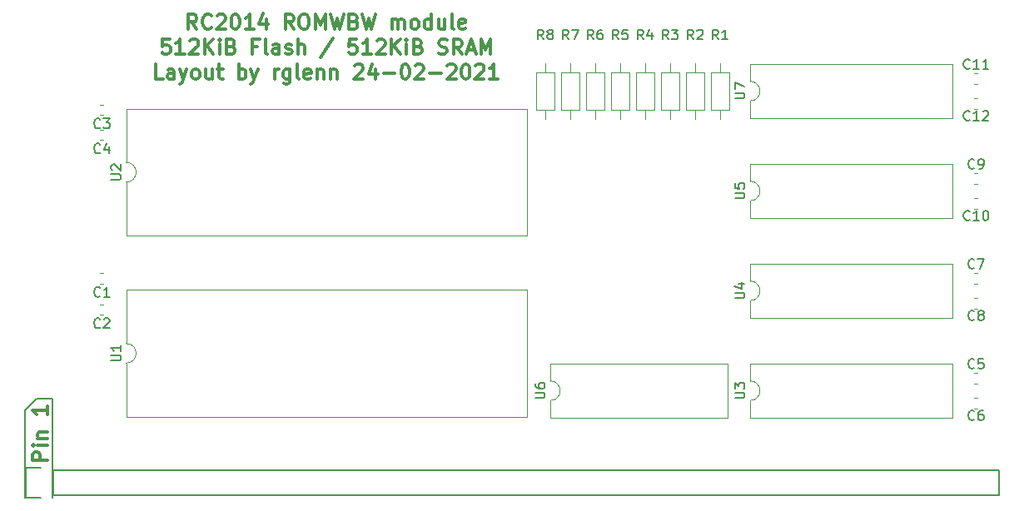
<source format=gto>
G04 #@! TF.GenerationSoftware,KiCad,Pcbnew,(5.1.6)-1*
G04 #@! TF.CreationDate,2021-02-24T01:51:28-05:00*
G04 #@! TF.ProjectId,512x512,35313278-3531-4322-9e6b-696361645f70,rev?*
G04 #@! TF.SameCoordinates,Original*
G04 #@! TF.FileFunction,Legend,Top*
G04 #@! TF.FilePolarity,Positive*
%FSLAX46Y46*%
G04 Gerber Fmt 4.6, Leading zero omitted, Abs format (unit mm)*
G04 Created by KiCad (PCBNEW (5.1.6)-1) date 2021-02-24 01:51:28*
%MOMM*%
%LPD*%
G01*
G04 APERTURE LIST*
%ADD10C,0.300000*%
%ADD11C,0.200000*%
%ADD12C,0.120000*%
%ADD13C,0.150000*%
G04 APERTURE END LIST*
D10*
X171570714Y-105443571D02*
X171070714Y-104729285D01*
X170713571Y-105443571D02*
X170713571Y-103943571D01*
X171285000Y-103943571D01*
X171427857Y-104015000D01*
X171499285Y-104086428D01*
X171570714Y-104229285D01*
X171570714Y-104443571D01*
X171499285Y-104586428D01*
X171427857Y-104657857D01*
X171285000Y-104729285D01*
X170713571Y-104729285D01*
X173070714Y-105300714D02*
X172999285Y-105372142D01*
X172785000Y-105443571D01*
X172642142Y-105443571D01*
X172427857Y-105372142D01*
X172285000Y-105229285D01*
X172213571Y-105086428D01*
X172142142Y-104800714D01*
X172142142Y-104586428D01*
X172213571Y-104300714D01*
X172285000Y-104157857D01*
X172427857Y-104015000D01*
X172642142Y-103943571D01*
X172785000Y-103943571D01*
X172999285Y-104015000D01*
X173070714Y-104086428D01*
X173642142Y-104086428D02*
X173713571Y-104015000D01*
X173856428Y-103943571D01*
X174213571Y-103943571D01*
X174356428Y-104015000D01*
X174427857Y-104086428D01*
X174499285Y-104229285D01*
X174499285Y-104372142D01*
X174427857Y-104586428D01*
X173570714Y-105443571D01*
X174499285Y-105443571D01*
X175427857Y-103943571D02*
X175570714Y-103943571D01*
X175713571Y-104015000D01*
X175785000Y-104086428D01*
X175856428Y-104229285D01*
X175927857Y-104515000D01*
X175927857Y-104872142D01*
X175856428Y-105157857D01*
X175785000Y-105300714D01*
X175713571Y-105372142D01*
X175570714Y-105443571D01*
X175427857Y-105443571D01*
X175285000Y-105372142D01*
X175213571Y-105300714D01*
X175142142Y-105157857D01*
X175070714Y-104872142D01*
X175070714Y-104515000D01*
X175142142Y-104229285D01*
X175213571Y-104086428D01*
X175285000Y-104015000D01*
X175427857Y-103943571D01*
X177356428Y-105443571D02*
X176499285Y-105443571D01*
X176927857Y-105443571D02*
X176927857Y-103943571D01*
X176785000Y-104157857D01*
X176642142Y-104300714D01*
X176499285Y-104372142D01*
X178642142Y-104443571D02*
X178642142Y-105443571D01*
X178285000Y-103872142D02*
X177927857Y-104943571D01*
X178856428Y-104943571D01*
X181427857Y-105443571D02*
X180927857Y-104729285D01*
X180570714Y-105443571D02*
X180570714Y-103943571D01*
X181142142Y-103943571D01*
X181285000Y-104015000D01*
X181356428Y-104086428D01*
X181427857Y-104229285D01*
X181427857Y-104443571D01*
X181356428Y-104586428D01*
X181285000Y-104657857D01*
X181142142Y-104729285D01*
X180570714Y-104729285D01*
X182356428Y-103943571D02*
X182642142Y-103943571D01*
X182785000Y-104015000D01*
X182927857Y-104157857D01*
X182999285Y-104443571D01*
X182999285Y-104943571D01*
X182927857Y-105229285D01*
X182785000Y-105372142D01*
X182642142Y-105443571D01*
X182356428Y-105443571D01*
X182213571Y-105372142D01*
X182070714Y-105229285D01*
X181999285Y-104943571D01*
X181999285Y-104443571D01*
X182070714Y-104157857D01*
X182213571Y-104015000D01*
X182356428Y-103943571D01*
X183642142Y-105443571D02*
X183642142Y-103943571D01*
X184142142Y-105015000D01*
X184642142Y-103943571D01*
X184642142Y-105443571D01*
X185213571Y-103943571D02*
X185570714Y-105443571D01*
X185856428Y-104372142D01*
X186142142Y-105443571D01*
X186499285Y-103943571D01*
X187570714Y-104657857D02*
X187785000Y-104729285D01*
X187856428Y-104800714D01*
X187927857Y-104943571D01*
X187927857Y-105157857D01*
X187856428Y-105300714D01*
X187785000Y-105372142D01*
X187642142Y-105443571D01*
X187070714Y-105443571D01*
X187070714Y-103943571D01*
X187570714Y-103943571D01*
X187713571Y-104015000D01*
X187785000Y-104086428D01*
X187856428Y-104229285D01*
X187856428Y-104372142D01*
X187785000Y-104515000D01*
X187713571Y-104586428D01*
X187570714Y-104657857D01*
X187070714Y-104657857D01*
X188427857Y-103943571D02*
X188785000Y-105443571D01*
X189070714Y-104372142D01*
X189356428Y-105443571D01*
X189713571Y-103943571D01*
X191427857Y-105443571D02*
X191427857Y-104443571D01*
X191427857Y-104586428D02*
X191499285Y-104515000D01*
X191642142Y-104443571D01*
X191856428Y-104443571D01*
X191999285Y-104515000D01*
X192070714Y-104657857D01*
X192070714Y-105443571D01*
X192070714Y-104657857D02*
X192142142Y-104515000D01*
X192285000Y-104443571D01*
X192499285Y-104443571D01*
X192642142Y-104515000D01*
X192713571Y-104657857D01*
X192713571Y-105443571D01*
X193642142Y-105443571D02*
X193499285Y-105372142D01*
X193427857Y-105300714D01*
X193356428Y-105157857D01*
X193356428Y-104729285D01*
X193427857Y-104586428D01*
X193499285Y-104515000D01*
X193642142Y-104443571D01*
X193856428Y-104443571D01*
X193999285Y-104515000D01*
X194070714Y-104586428D01*
X194142142Y-104729285D01*
X194142142Y-105157857D01*
X194070714Y-105300714D01*
X193999285Y-105372142D01*
X193856428Y-105443571D01*
X193642142Y-105443571D01*
X195427857Y-105443571D02*
X195427857Y-103943571D01*
X195427857Y-105372142D02*
X195285000Y-105443571D01*
X194999285Y-105443571D01*
X194856428Y-105372142D01*
X194785000Y-105300714D01*
X194713571Y-105157857D01*
X194713571Y-104729285D01*
X194785000Y-104586428D01*
X194856428Y-104515000D01*
X194999285Y-104443571D01*
X195285000Y-104443571D01*
X195427857Y-104515000D01*
X196785000Y-104443571D02*
X196785000Y-105443571D01*
X196142142Y-104443571D02*
X196142142Y-105229285D01*
X196213571Y-105372142D01*
X196356428Y-105443571D01*
X196570714Y-105443571D01*
X196713571Y-105372142D01*
X196785000Y-105300714D01*
X197713571Y-105443571D02*
X197570714Y-105372142D01*
X197499285Y-105229285D01*
X197499285Y-103943571D01*
X198856428Y-105372142D02*
X198713571Y-105443571D01*
X198427857Y-105443571D01*
X198285000Y-105372142D01*
X198213571Y-105229285D01*
X198213571Y-104657857D01*
X198285000Y-104515000D01*
X198427857Y-104443571D01*
X198713571Y-104443571D01*
X198856428Y-104515000D01*
X198927857Y-104657857D01*
X198927857Y-104800714D01*
X198213571Y-104943571D01*
X168820714Y-106493571D02*
X168106428Y-106493571D01*
X168035000Y-107207857D01*
X168106428Y-107136428D01*
X168249285Y-107065000D01*
X168606428Y-107065000D01*
X168749285Y-107136428D01*
X168820714Y-107207857D01*
X168892142Y-107350714D01*
X168892142Y-107707857D01*
X168820714Y-107850714D01*
X168749285Y-107922142D01*
X168606428Y-107993571D01*
X168249285Y-107993571D01*
X168106428Y-107922142D01*
X168035000Y-107850714D01*
X170320714Y-107993571D02*
X169463571Y-107993571D01*
X169892142Y-107993571D02*
X169892142Y-106493571D01*
X169749285Y-106707857D01*
X169606428Y-106850714D01*
X169463571Y-106922142D01*
X170892142Y-106636428D02*
X170963571Y-106565000D01*
X171106428Y-106493571D01*
X171463571Y-106493571D01*
X171606428Y-106565000D01*
X171677857Y-106636428D01*
X171749285Y-106779285D01*
X171749285Y-106922142D01*
X171677857Y-107136428D01*
X170820714Y-107993571D01*
X171749285Y-107993571D01*
X172392142Y-107993571D02*
X172392142Y-106493571D01*
X173249285Y-107993571D02*
X172606428Y-107136428D01*
X173249285Y-106493571D02*
X172392142Y-107350714D01*
X173892142Y-107993571D02*
X173892142Y-106993571D01*
X173892142Y-106493571D02*
X173820714Y-106565000D01*
X173892142Y-106636428D01*
X173963571Y-106565000D01*
X173892142Y-106493571D01*
X173892142Y-106636428D01*
X175106428Y-107207857D02*
X175320714Y-107279285D01*
X175392142Y-107350714D01*
X175463571Y-107493571D01*
X175463571Y-107707857D01*
X175392142Y-107850714D01*
X175320714Y-107922142D01*
X175177857Y-107993571D01*
X174606428Y-107993571D01*
X174606428Y-106493571D01*
X175106428Y-106493571D01*
X175249285Y-106565000D01*
X175320714Y-106636428D01*
X175392142Y-106779285D01*
X175392142Y-106922142D01*
X175320714Y-107065000D01*
X175249285Y-107136428D01*
X175106428Y-107207857D01*
X174606428Y-107207857D01*
X177749285Y-107207857D02*
X177249285Y-107207857D01*
X177249285Y-107993571D02*
X177249285Y-106493571D01*
X177963571Y-106493571D01*
X178749285Y-107993571D02*
X178606428Y-107922142D01*
X178535000Y-107779285D01*
X178535000Y-106493571D01*
X179963571Y-107993571D02*
X179963571Y-107207857D01*
X179892142Y-107065000D01*
X179749285Y-106993571D01*
X179463571Y-106993571D01*
X179320714Y-107065000D01*
X179963571Y-107922142D02*
X179820714Y-107993571D01*
X179463571Y-107993571D01*
X179320714Y-107922142D01*
X179249285Y-107779285D01*
X179249285Y-107636428D01*
X179320714Y-107493571D01*
X179463571Y-107422142D01*
X179820714Y-107422142D01*
X179963571Y-107350714D01*
X180606428Y-107922142D02*
X180749285Y-107993571D01*
X181035000Y-107993571D01*
X181177857Y-107922142D01*
X181249285Y-107779285D01*
X181249285Y-107707857D01*
X181177857Y-107565000D01*
X181035000Y-107493571D01*
X180820714Y-107493571D01*
X180677857Y-107422142D01*
X180606428Y-107279285D01*
X180606428Y-107207857D01*
X180677857Y-107065000D01*
X180820714Y-106993571D01*
X181035000Y-106993571D01*
X181177857Y-107065000D01*
X181892142Y-107993571D02*
X181892142Y-106493571D01*
X182535000Y-107993571D02*
X182535000Y-107207857D01*
X182463571Y-107065000D01*
X182320714Y-106993571D01*
X182106428Y-106993571D01*
X181963571Y-107065000D01*
X181892142Y-107136428D01*
X185463571Y-106422142D02*
X184177857Y-108350714D01*
X187820714Y-106493571D02*
X187106428Y-106493571D01*
X187035000Y-107207857D01*
X187106428Y-107136428D01*
X187249285Y-107065000D01*
X187606428Y-107065000D01*
X187749285Y-107136428D01*
X187820714Y-107207857D01*
X187892142Y-107350714D01*
X187892142Y-107707857D01*
X187820714Y-107850714D01*
X187749285Y-107922142D01*
X187606428Y-107993571D01*
X187249285Y-107993571D01*
X187106428Y-107922142D01*
X187035000Y-107850714D01*
X189320714Y-107993571D02*
X188463571Y-107993571D01*
X188892142Y-107993571D02*
X188892142Y-106493571D01*
X188749285Y-106707857D01*
X188606428Y-106850714D01*
X188463571Y-106922142D01*
X189892142Y-106636428D02*
X189963571Y-106565000D01*
X190106428Y-106493571D01*
X190463571Y-106493571D01*
X190606428Y-106565000D01*
X190677857Y-106636428D01*
X190749285Y-106779285D01*
X190749285Y-106922142D01*
X190677857Y-107136428D01*
X189820714Y-107993571D01*
X190749285Y-107993571D01*
X191392142Y-107993571D02*
X191392142Y-106493571D01*
X192249285Y-107993571D02*
X191606428Y-107136428D01*
X192249285Y-106493571D02*
X191392142Y-107350714D01*
X192892142Y-107993571D02*
X192892142Y-106993571D01*
X192892142Y-106493571D02*
X192820714Y-106565000D01*
X192892142Y-106636428D01*
X192963571Y-106565000D01*
X192892142Y-106493571D01*
X192892142Y-106636428D01*
X194106428Y-107207857D02*
X194320714Y-107279285D01*
X194392142Y-107350714D01*
X194463571Y-107493571D01*
X194463571Y-107707857D01*
X194392142Y-107850714D01*
X194320714Y-107922142D01*
X194177857Y-107993571D01*
X193606428Y-107993571D01*
X193606428Y-106493571D01*
X194106428Y-106493571D01*
X194249285Y-106565000D01*
X194320714Y-106636428D01*
X194392142Y-106779285D01*
X194392142Y-106922142D01*
X194320714Y-107065000D01*
X194249285Y-107136428D01*
X194106428Y-107207857D01*
X193606428Y-107207857D01*
X196177857Y-107922142D02*
X196392142Y-107993571D01*
X196749285Y-107993571D01*
X196892142Y-107922142D01*
X196963571Y-107850714D01*
X197034999Y-107707857D01*
X197034999Y-107565000D01*
X196963571Y-107422142D01*
X196892142Y-107350714D01*
X196749285Y-107279285D01*
X196463571Y-107207857D01*
X196320714Y-107136428D01*
X196249285Y-107065000D01*
X196177857Y-106922142D01*
X196177857Y-106779285D01*
X196249285Y-106636428D01*
X196320714Y-106565000D01*
X196463571Y-106493571D01*
X196820714Y-106493571D01*
X197034999Y-106565000D01*
X198534999Y-107993571D02*
X198034999Y-107279285D01*
X197677857Y-107993571D02*
X197677857Y-106493571D01*
X198249285Y-106493571D01*
X198392142Y-106565000D01*
X198463571Y-106636428D01*
X198534999Y-106779285D01*
X198534999Y-106993571D01*
X198463571Y-107136428D01*
X198392142Y-107207857D01*
X198249285Y-107279285D01*
X197677857Y-107279285D01*
X199106428Y-107565000D02*
X199820714Y-107565000D01*
X198963571Y-107993571D02*
X199463571Y-106493571D01*
X199963571Y-107993571D01*
X200463571Y-107993571D02*
X200463571Y-106493571D01*
X200963571Y-107565000D01*
X201463571Y-106493571D01*
X201463571Y-107993571D01*
X168142142Y-110543571D02*
X167427857Y-110543571D01*
X167427857Y-109043571D01*
X169284999Y-110543571D02*
X169284999Y-109757857D01*
X169213571Y-109615000D01*
X169070714Y-109543571D01*
X168784999Y-109543571D01*
X168642142Y-109615000D01*
X169284999Y-110472142D02*
X169142142Y-110543571D01*
X168784999Y-110543571D01*
X168642142Y-110472142D01*
X168570714Y-110329285D01*
X168570714Y-110186428D01*
X168642142Y-110043571D01*
X168784999Y-109972142D01*
X169142142Y-109972142D01*
X169284999Y-109900714D01*
X169856428Y-109543571D02*
X170213571Y-110543571D01*
X170570714Y-109543571D02*
X170213571Y-110543571D01*
X170070714Y-110900714D01*
X169999285Y-110972142D01*
X169856428Y-111043571D01*
X171356428Y-110543571D02*
X171213571Y-110472142D01*
X171142142Y-110400714D01*
X171070714Y-110257857D01*
X171070714Y-109829285D01*
X171142142Y-109686428D01*
X171213571Y-109615000D01*
X171356428Y-109543571D01*
X171570714Y-109543571D01*
X171713571Y-109615000D01*
X171784999Y-109686428D01*
X171856428Y-109829285D01*
X171856428Y-110257857D01*
X171784999Y-110400714D01*
X171713571Y-110472142D01*
X171570714Y-110543571D01*
X171356428Y-110543571D01*
X173142142Y-109543571D02*
X173142142Y-110543571D01*
X172499285Y-109543571D02*
X172499285Y-110329285D01*
X172570714Y-110472142D01*
X172713571Y-110543571D01*
X172927857Y-110543571D01*
X173070714Y-110472142D01*
X173142142Y-110400714D01*
X173642142Y-109543571D02*
X174213571Y-109543571D01*
X173856428Y-109043571D02*
X173856428Y-110329285D01*
X173927857Y-110472142D01*
X174070714Y-110543571D01*
X174213571Y-110543571D01*
X175856428Y-110543571D02*
X175856428Y-109043571D01*
X175856428Y-109615000D02*
X175999285Y-109543571D01*
X176284999Y-109543571D01*
X176427857Y-109615000D01*
X176499285Y-109686428D01*
X176570714Y-109829285D01*
X176570714Y-110257857D01*
X176499285Y-110400714D01*
X176427857Y-110472142D01*
X176284999Y-110543571D01*
X175999285Y-110543571D01*
X175856428Y-110472142D01*
X177070714Y-109543571D02*
X177427857Y-110543571D01*
X177784999Y-109543571D02*
X177427857Y-110543571D01*
X177284999Y-110900714D01*
X177213571Y-110972142D01*
X177070714Y-111043571D01*
X179499285Y-110543571D02*
X179499285Y-109543571D01*
X179499285Y-109829285D02*
X179570714Y-109686428D01*
X179642142Y-109615000D01*
X179784999Y-109543571D01*
X179927857Y-109543571D01*
X181070714Y-109543571D02*
X181070714Y-110757857D01*
X180999285Y-110900714D01*
X180927857Y-110972142D01*
X180784999Y-111043571D01*
X180570714Y-111043571D01*
X180427857Y-110972142D01*
X181070714Y-110472142D02*
X180927857Y-110543571D01*
X180642142Y-110543571D01*
X180499285Y-110472142D01*
X180427857Y-110400714D01*
X180356428Y-110257857D01*
X180356428Y-109829285D01*
X180427857Y-109686428D01*
X180499285Y-109615000D01*
X180642142Y-109543571D01*
X180927857Y-109543571D01*
X181070714Y-109615000D01*
X181999285Y-110543571D02*
X181856428Y-110472142D01*
X181784999Y-110329285D01*
X181784999Y-109043571D01*
X183142142Y-110472142D02*
X182999285Y-110543571D01*
X182713571Y-110543571D01*
X182570714Y-110472142D01*
X182499285Y-110329285D01*
X182499285Y-109757857D01*
X182570714Y-109615000D01*
X182713571Y-109543571D01*
X182999285Y-109543571D01*
X183142142Y-109615000D01*
X183213571Y-109757857D01*
X183213571Y-109900714D01*
X182499285Y-110043571D01*
X183856428Y-109543571D02*
X183856428Y-110543571D01*
X183856428Y-109686428D02*
X183927857Y-109615000D01*
X184070714Y-109543571D01*
X184284999Y-109543571D01*
X184427857Y-109615000D01*
X184499285Y-109757857D01*
X184499285Y-110543571D01*
X185213571Y-109543571D02*
X185213571Y-110543571D01*
X185213571Y-109686428D02*
X185284999Y-109615000D01*
X185427857Y-109543571D01*
X185642142Y-109543571D01*
X185784999Y-109615000D01*
X185856428Y-109757857D01*
X185856428Y-110543571D01*
X187642142Y-109186428D02*
X187713571Y-109115000D01*
X187856428Y-109043571D01*
X188213571Y-109043571D01*
X188356428Y-109115000D01*
X188427857Y-109186428D01*
X188499285Y-109329285D01*
X188499285Y-109472142D01*
X188427857Y-109686428D01*
X187570714Y-110543571D01*
X188499285Y-110543571D01*
X189784999Y-109543571D02*
X189784999Y-110543571D01*
X189427857Y-108972142D02*
X189070714Y-110043571D01*
X189999285Y-110043571D01*
X190570714Y-109972142D02*
X191713571Y-109972142D01*
X192713571Y-109043571D02*
X192856428Y-109043571D01*
X192999285Y-109115000D01*
X193070714Y-109186428D01*
X193142142Y-109329285D01*
X193213571Y-109615000D01*
X193213571Y-109972142D01*
X193142142Y-110257857D01*
X193070714Y-110400714D01*
X192999285Y-110472142D01*
X192856428Y-110543571D01*
X192713571Y-110543571D01*
X192570714Y-110472142D01*
X192499285Y-110400714D01*
X192427857Y-110257857D01*
X192356428Y-109972142D01*
X192356428Y-109615000D01*
X192427857Y-109329285D01*
X192499285Y-109186428D01*
X192570714Y-109115000D01*
X192713571Y-109043571D01*
X193785000Y-109186428D02*
X193856428Y-109115000D01*
X193999285Y-109043571D01*
X194356428Y-109043571D01*
X194499285Y-109115000D01*
X194570714Y-109186428D01*
X194642142Y-109329285D01*
X194642142Y-109472142D01*
X194570714Y-109686428D01*
X193713571Y-110543571D01*
X194642142Y-110543571D01*
X195285000Y-109972142D02*
X196427857Y-109972142D01*
X197070714Y-109186428D02*
X197142142Y-109115000D01*
X197285000Y-109043571D01*
X197642142Y-109043571D01*
X197785000Y-109115000D01*
X197856428Y-109186428D01*
X197927857Y-109329285D01*
X197927857Y-109472142D01*
X197856428Y-109686428D01*
X196999285Y-110543571D01*
X197927857Y-110543571D01*
X198856428Y-109043571D02*
X198999285Y-109043571D01*
X199142142Y-109115000D01*
X199213571Y-109186428D01*
X199285000Y-109329285D01*
X199356428Y-109615000D01*
X199356428Y-109972142D01*
X199285000Y-110257857D01*
X199213571Y-110400714D01*
X199142142Y-110472142D01*
X198999285Y-110543571D01*
X198856428Y-110543571D01*
X198713571Y-110472142D01*
X198642142Y-110400714D01*
X198570714Y-110257857D01*
X198499285Y-109972142D01*
X198499285Y-109615000D01*
X198570714Y-109329285D01*
X198642142Y-109186428D01*
X198713571Y-109115000D01*
X198856428Y-109043571D01*
X199927857Y-109186428D02*
X199999285Y-109115000D01*
X200142142Y-109043571D01*
X200499285Y-109043571D01*
X200642142Y-109115000D01*
X200713571Y-109186428D01*
X200785000Y-109329285D01*
X200785000Y-109472142D01*
X200713571Y-109686428D01*
X199856428Y-110543571D01*
X200785000Y-110543571D01*
X202213571Y-110543571D02*
X201356428Y-110543571D01*
X201785000Y-110543571D02*
X201785000Y-109043571D01*
X201642142Y-109257857D01*
X201499285Y-109400714D01*
X201356428Y-109472142D01*
D11*
X156895800Y-153131520D02*
X156931360Y-153131520D01*
X156895800Y-143019780D02*
X156895800Y-153131520D01*
X155326080Y-143019780D02*
X156895800Y-143019780D01*
X154144980Y-144200880D02*
X155326080Y-143019780D01*
X154144980Y-153131520D02*
X154144980Y-144200880D01*
D10*
X156360251Y-149315465D02*
X154860251Y-149315465D01*
X154860251Y-148744037D01*
X154931680Y-148601180D01*
X155003108Y-148529751D01*
X155145965Y-148458322D01*
X155360251Y-148458322D01*
X155503108Y-148529751D01*
X155574537Y-148601180D01*
X155645965Y-148744037D01*
X155645965Y-149315465D01*
X156360251Y-147815465D02*
X155360251Y-147815465D01*
X154860251Y-147815465D02*
X154931680Y-147886894D01*
X155003108Y-147815465D01*
X154931680Y-147744037D01*
X154860251Y-147815465D01*
X155003108Y-147815465D01*
X155360251Y-147101180D02*
X156360251Y-147101180D01*
X155503108Y-147101180D02*
X155431680Y-147029751D01*
X155360251Y-146886894D01*
X155360251Y-146672608D01*
X155431680Y-146529751D01*
X155574537Y-146458322D01*
X156360251Y-146458322D01*
X156360251Y-143815465D02*
X156360251Y-144672608D01*
X156360251Y-144244037D02*
X154860251Y-144244037D01*
X155074537Y-144386894D01*
X155217394Y-144529751D01*
X155288822Y-144672608D01*
D12*
X227845000Y-112760000D02*
X227845000Y-114530000D01*
X227845000Y-114530000D02*
X248405000Y-114530000D01*
X248405000Y-114530000D02*
X248405000Y-108990000D01*
X248405000Y-108990000D02*
X227845000Y-108990000D01*
X227845000Y-108990000D02*
X227845000Y-110760000D01*
X227845000Y-110760000D02*
G75*
G02*
X227845000Y-112760000I0J-1000000D01*
G01*
X227845000Y-119150000D02*
X227845000Y-120920000D01*
X248405000Y-119150000D02*
X227845000Y-119150000D01*
X248405000Y-124690000D02*
X248405000Y-119150000D01*
X227845000Y-124690000D02*
X248405000Y-124690000D01*
X227845000Y-122920000D02*
X227845000Y-124690000D01*
X227845000Y-120920000D02*
G75*
G02*
X227845000Y-122920000I0J-1000000D01*
G01*
X227845000Y-129310000D02*
X227845000Y-131080000D01*
X248405000Y-129310000D02*
X227845000Y-129310000D01*
X248405000Y-134850000D02*
X248405000Y-129310000D01*
X227845000Y-134850000D02*
X248405000Y-134850000D01*
X227845000Y-133080000D02*
X227845000Y-134850000D01*
X227845000Y-131080000D02*
G75*
G02*
X227845000Y-133080000I0J-1000000D01*
G01*
D13*
X154152000Y-153162600D02*
X154152000Y-150062600D01*
X155702000Y-153162600D02*
X154152000Y-153162600D01*
X156972000Y-150342600D02*
X156972000Y-152882600D01*
X154152000Y-150062600D02*
X155702000Y-150062600D01*
X253161800Y-150342600D02*
X156972000Y-150342600D01*
X253161800Y-152882600D02*
X253161800Y-150342600D01*
X156972000Y-152882600D02*
X253161800Y-152882600D01*
D12*
X225710000Y-109840000D02*
X223870000Y-109840000D01*
X223870000Y-109840000D02*
X223870000Y-113680000D01*
X223870000Y-113680000D02*
X225710000Y-113680000D01*
X225710000Y-113680000D02*
X225710000Y-109840000D01*
X224790000Y-108890000D02*
X224790000Y-109840000D01*
X224790000Y-114630000D02*
X224790000Y-113680000D01*
X222250000Y-114630000D02*
X222250000Y-113680000D01*
X222250000Y-108890000D02*
X222250000Y-109840000D01*
X223170000Y-113680000D02*
X223170000Y-109840000D01*
X221330000Y-113680000D02*
X223170000Y-113680000D01*
X221330000Y-109840000D02*
X221330000Y-113680000D01*
X223170000Y-109840000D02*
X221330000Y-109840000D01*
X220630000Y-109840000D02*
X218790000Y-109840000D01*
X218790000Y-109840000D02*
X218790000Y-113680000D01*
X218790000Y-113680000D02*
X220630000Y-113680000D01*
X220630000Y-113680000D02*
X220630000Y-109840000D01*
X219710000Y-108890000D02*
X219710000Y-109840000D01*
X219710000Y-114630000D02*
X219710000Y-113680000D01*
X217170000Y-114630000D02*
X217170000Y-113680000D01*
X217170000Y-108890000D02*
X217170000Y-109840000D01*
X218090000Y-113680000D02*
X218090000Y-109840000D01*
X216250000Y-113680000D02*
X218090000Y-113680000D01*
X216250000Y-109840000D02*
X216250000Y-113680000D01*
X218090000Y-109840000D02*
X216250000Y-109840000D01*
X215550000Y-109840000D02*
X213710000Y-109840000D01*
X213710000Y-109840000D02*
X213710000Y-113680000D01*
X213710000Y-113680000D02*
X215550000Y-113680000D01*
X215550000Y-113680000D02*
X215550000Y-109840000D01*
X214630000Y-108890000D02*
X214630000Y-109840000D01*
X214630000Y-114630000D02*
X214630000Y-113680000D01*
X212090000Y-114630000D02*
X212090000Y-113680000D01*
X212090000Y-108890000D02*
X212090000Y-109840000D01*
X213010000Y-113680000D02*
X213010000Y-109840000D01*
X211170000Y-113680000D02*
X213010000Y-113680000D01*
X211170000Y-109840000D02*
X211170000Y-113680000D01*
X213010000Y-109840000D02*
X211170000Y-109840000D01*
X210470000Y-109840000D02*
X208630000Y-109840000D01*
X208630000Y-109840000D02*
X208630000Y-113680000D01*
X208630000Y-113680000D02*
X210470000Y-113680000D01*
X210470000Y-113680000D02*
X210470000Y-109840000D01*
X209550000Y-108890000D02*
X209550000Y-109840000D01*
X209550000Y-114630000D02*
X209550000Y-113680000D01*
X207010000Y-114630000D02*
X207010000Y-113680000D01*
X207010000Y-108890000D02*
X207010000Y-109840000D01*
X207930000Y-113680000D02*
X207930000Y-109840000D01*
X206090000Y-113680000D02*
X207930000Y-113680000D01*
X206090000Y-109840000D02*
X206090000Y-113680000D01*
X207930000Y-109840000D02*
X206090000Y-109840000D01*
X164405000Y-131970000D02*
X164405000Y-137430000D01*
X205165000Y-131970000D02*
X164405000Y-131970000D01*
X205165000Y-144890000D02*
X205165000Y-131970000D01*
X164405000Y-144890000D02*
X205165000Y-144890000D01*
X164405000Y-139430000D02*
X164405000Y-144890000D01*
X164405000Y-137430000D02*
G75*
G02*
X164405000Y-139430000I0J-1000000D01*
G01*
X164405000Y-121015000D02*
X164405000Y-126475000D01*
X164405000Y-126475000D02*
X205165000Y-126475000D01*
X205165000Y-126475000D02*
X205165000Y-113555000D01*
X205165000Y-113555000D02*
X164405000Y-113555000D01*
X164405000Y-113555000D02*
X164405000Y-119015000D01*
X164405000Y-119015000D02*
G75*
G02*
X164405000Y-121015000I0J-1000000D01*
G01*
X227845000Y-143240000D02*
X227845000Y-145010000D01*
X227845000Y-145010000D02*
X248405000Y-145010000D01*
X248405000Y-145010000D02*
X248405000Y-139470000D01*
X248405000Y-139470000D02*
X227845000Y-139470000D01*
X227845000Y-139470000D02*
X227845000Y-141240000D01*
X227845000Y-141240000D02*
G75*
G02*
X227845000Y-143240000I0J-1000000D01*
G01*
X207525000Y-139470000D02*
X207525000Y-141240000D01*
X225545000Y-139470000D02*
X207525000Y-139470000D01*
X225545000Y-145010000D02*
X225545000Y-139470000D01*
X207525000Y-145010000D02*
X225545000Y-145010000D01*
X207525000Y-143240000D02*
X207525000Y-145010000D01*
X207525000Y-141240000D02*
G75*
G02*
X207525000Y-143240000I0J-1000000D01*
G01*
X162087779Y-131320000D02*
X161762221Y-131320000D01*
X162087779Y-130300000D02*
X161762221Y-130300000D01*
X162087779Y-133475000D02*
X161762221Y-133475000D01*
X162087779Y-134495000D02*
X161762221Y-134495000D01*
X162087779Y-114175000D02*
X161762221Y-114175000D01*
X162087779Y-113155000D02*
X161762221Y-113155000D01*
X162087779Y-115695000D02*
X161762221Y-115695000D01*
X162087779Y-116715000D02*
X161762221Y-116715000D01*
X250662221Y-140460000D02*
X250987779Y-140460000D01*
X250662221Y-141480000D02*
X250987779Y-141480000D01*
X250662221Y-144020000D02*
X250987779Y-144020000D01*
X250662221Y-143000000D02*
X250987779Y-143000000D01*
X250662221Y-130300000D02*
X250987779Y-130300000D01*
X250662221Y-131320000D02*
X250987779Y-131320000D01*
X250662221Y-133860000D02*
X250987779Y-133860000D01*
X250662221Y-132840000D02*
X250987779Y-132840000D01*
X250662221Y-120140000D02*
X250987779Y-120140000D01*
X250662221Y-121160000D02*
X250987779Y-121160000D01*
X250662221Y-123700000D02*
X250987779Y-123700000D01*
X250662221Y-122680000D02*
X250987779Y-122680000D01*
X250662221Y-109980000D02*
X250987779Y-109980000D01*
X250662221Y-111000000D02*
X250987779Y-111000000D01*
X250662221Y-113540000D02*
X250987779Y-113540000D01*
X250662221Y-112520000D02*
X250987779Y-112520000D01*
D13*
X226297380Y-112521904D02*
X227106904Y-112521904D01*
X227202142Y-112474285D01*
X227249761Y-112426666D01*
X227297380Y-112331428D01*
X227297380Y-112140952D01*
X227249761Y-112045714D01*
X227202142Y-111998095D01*
X227106904Y-111950476D01*
X226297380Y-111950476D01*
X226297380Y-111569523D02*
X226297380Y-110902857D01*
X227297380Y-111331428D01*
X226297380Y-122681904D02*
X227106904Y-122681904D01*
X227202142Y-122634285D01*
X227249761Y-122586666D01*
X227297380Y-122491428D01*
X227297380Y-122300952D01*
X227249761Y-122205714D01*
X227202142Y-122158095D01*
X227106904Y-122110476D01*
X226297380Y-122110476D01*
X226297380Y-121158095D02*
X226297380Y-121634285D01*
X226773571Y-121681904D01*
X226725952Y-121634285D01*
X226678333Y-121539047D01*
X226678333Y-121300952D01*
X226725952Y-121205714D01*
X226773571Y-121158095D01*
X226868809Y-121110476D01*
X227106904Y-121110476D01*
X227202142Y-121158095D01*
X227249761Y-121205714D01*
X227297380Y-121300952D01*
X227297380Y-121539047D01*
X227249761Y-121634285D01*
X227202142Y-121681904D01*
X226297380Y-132841904D02*
X227106904Y-132841904D01*
X227202142Y-132794285D01*
X227249761Y-132746666D01*
X227297380Y-132651428D01*
X227297380Y-132460952D01*
X227249761Y-132365714D01*
X227202142Y-132318095D01*
X227106904Y-132270476D01*
X226297380Y-132270476D01*
X226630714Y-131365714D02*
X227297380Y-131365714D01*
X226249761Y-131603809D02*
X226964047Y-131841904D01*
X226964047Y-131222857D01*
X224623333Y-106497380D02*
X224290000Y-106021190D01*
X224051904Y-106497380D02*
X224051904Y-105497380D01*
X224432857Y-105497380D01*
X224528095Y-105545000D01*
X224575714Y-105592619D01*
X224623333Y-105687857D01*
X224623333Y-105830714D01*
X224575714Y-105925952D01*
X224528095Y-105973571D01*
X224432857Y-106021190D01*
X224051904Y-106021190D01*
X225575714Y-106497380D02*
X225004285Y-106497380D01*
X225290000Y-106497380D02*
X225290000Y-105497380D01*
X225194761Y-105640238D01*
X225099523Y-105735476D01*
X225004285Y-105783095D01*
X222083333Y-106497380D02*
X221750000Y-106021190D01*
X221511904Y-106497380D02*
X221511904Y-105497380D01*
X221892857Y-105497380D01*
X221988095Y-105545000D01*
X222035714Y-105592619D01*
X222083333Y-105687857D01*
X222083333Y-105830714D01*
X222035714Y-105925952D01*
X221988095Y-105973571D01*
X221892857Y-106021190D01*
X221511904Y-106021190D01*
X222464285Y-105592619D02*
X222511904Y-105545000D01*
X222607142Y-105497380D01*
X222845238Y-105497380D01*
X222940476Y-105545000D01*
X222988095Y-105592619D01*
X223035714Y-105687857D01*
X223035714Y-105783095D01*
X222988095Y-105925952D01*
X222416666Y-106497380D01*
X223035714Y-106497380D01*
X219543333Y-106497380D02*
X219210000Y-106021190D01*
X218971904Y-106497380D02*
X218971904Y-105497380D01*
X219352857Y-105497380D01*
X219448095Y-105545000D01*
X219495714Y-105592619D01*
X219543333Y-105687857D01*
X219543333Y-105830714D01*
X219495714Y-105925952D01*
X219448095Y-105973571D01*
X219352857Y-106021190D01*
X218971904Y-106021190D01*
X219876666Y-105497380D02*
X220495714Y-105497380D01*
X220162380Y-105878333D01*
X220305238Y-105878333D01*
X220400476Y-105925952D01*
X220448095Y-105973571D01*
X220495714Y-106068809D01*
X220495714Y-106306904D01*
X220448095Y-106402142D01*
X220400476Y-106449761D01*
X220305238Y-106497380D01*
X220019523Y-106497380D01*
X219924285Y-106449761D01*
X219876666Y-106402142D01*
X217003333Y-106497380D02*
X216670000Y-106021190D01*
X216431904Y-106497380D02*
X216431904Y-105497380D01*
X216812857Y-105497380D01*
X216908095Y-105545000D01*
X216955714Y-105592619D01*
X217003333Y-105687857D01*
X217003333Y-105830714D01*
X216955714Y-105925952D01*
X216908095Y-105973571D01*
X216812857Y-106021190D01*
X216431904Y-106021190D01*
X217860476Y-105830714D02*
X217860476Y-106497380D01*
X217622380Y-105449761D02*
X217384285Y-106164047D01*
X218003333Y-106164047D01*
X214463333Y-106497380D02*
X214130000Y-106021190D01*
X213891904Y-106497380D02*
X213891904Y-105497380D01*
X214272857Y-105497380D01*
X214368095Y-105545000D01*
X214415714Y-105592619D01*
X214463333Y-105687857D01*
X214463333Y-105830714D01*
X214415714Y-105925952D01*
X214368095Y-105973571D01*
X214272857Y-106021190D01*
X213891904Y-106021190D01*
X215368095Y-105497380D02*
X214891904Y-105497380D01*
X214844285Y-105973571D01*
X214891904Y-105925952D01*
X214987142Y-105878333D01*
X215225238Y-105878333D01*
X215320476Y-105925952D01*
X215368095Y-105973571D01*
X215415714Y-106068809D01*
X215415714Y-106306904D01*
X215368095Y-106402142D01*
X215320476Y-106449761D01*
X215225238Y-106497380D01*
X214987142Y-106497380D01*
X214891904Y-106449761D01*
X214844285Y-106402142D01*
X211923333Y-106497380D02*
X211590000Y-106021190D01*
X211351904Y-106497380D02*
X211351904Y-105497380D01*
X211732857Y-105497380D01*
X211828095Y-105545000D01*
X211875714Y-105592619D01*
X211923333Y-105687857D01*
X211923333Y-105830714D01*
X211875714Y-105925952D01*
X211828095Y-105973571D01*
X211732857Y-106021190D01*
X211351904Y-106021190D01*
X212780476Y-105497380D02*
X212590000Y-105497380D01*
X212494761Y-105545000D01*
X212447142Y-105592619D01*
X212351904Y-105735476D01*
X212304285Y-105925952D01*
X212304285Y-106306904D01*
X212351904Y-106402142D01*
X212399523Y-106449761D01*
X212494761Y-106497380D01*
X212685238Y-106497380D01*
X212780476Y-106449761D01*
X212828095Y-106402142D01*
X212875714Y-106306904D01*
X212875714Y-106068809D01*
X212828095Y-105973571D01*
X212780476Y-105925952D01*
X212685238Y-105878333D01*
X212494761Y-105878333D01*
X212399523Y-105925952D01*
X212351904Y-105973571D01*
X212304285Y-106068809D01*
X209383333Y-106497380D02*
X209050000Y-106021190D01*
X208811904Y-106497380D02*
X208811904Y-105497380D01*
X209192857Y-105497380D01*
X209288095Y-105545000D01*
X209335714Y-105592619D01*
X209383333Y-105687857D01*
X209383333Y-105830714D01*
X209335714Y-105925952D01*
X209288095Y-105973571D01*
X209192857Y-106021190D01*
X208811904Y-106021190D01*
X209716666Y-105497380D02*
X210383333Y-105497380D01*
X209954761Y-106497380D01*
X206843333Y-106497380D02*
X206510000Y-106021190D01*
X206271904Y-106497380D02*
X206271904Y-105497380D01*
X206652857Y-105497380D01*
X206748095Y-105545000D01*
X206795714Y-105592619D01*
X206843333Y-105687857D01*
X206843333Y-105830714D01*
X206795714Y-105925952D01*
X206748095Y-105973571D01*
X206652857Y-106021190D01*
X206271904Y-106021190D01*
X207414761Y-105925952D02*
X207319523Y-105878333D01*
X207271904Y-105830714D01*
X207224285Y-105735476D01*
X207224285Y-105687857D01*
X207271904Y-105592619D01*
X207319523Y-105545000D01*
X207414761Y-105497380D01*
X207605238Y-105497380D01*
X207700476Y-105545000D01*
X207748095Y-105592619D01*
X207795714Y-105687857D01*
X207795714Y-105735476D01*
X207748095Y-105830714D01*
X207700476Y-105878333D01*
X207605238Y-105925952D01*
X207414761Y-105925952D01*
X207319523Y-105973571D01*
X207271904Y-106021190D01*
X207224285Y-106116428D01*
X207224285Y-106306904D01*
X207271904Y-106402142D01*
X207319523Y-106449761D01*
X207414761Y-106497380D01*
X207605238Y-106497380D01*
X207700476Y-106449761D01*
X207748095Y-106402142D01*
X207795714Y-106306904D01*
X207795714Y-106116428D01*
X207748095Y-106021190D01*
X207700476Y-105973571D01*
X207605238Y-105925952D01*
X162857380Y-139191904D02*
X163666904Y-139191904D01*
X163762142Y-139144285D01*
X163809761Y-139096666D01*
X163857380Y-139001428D01*
X163857380Y-138810952D01*
X163809761Y-138715714D01*
X163762142Y-138668095D01*
X163666904Y-138620476D01*
X162857380Y-138620476D01*
X163857380Y-137620476D02*
X163857380Y-138191904D01*
X163857380Y-137906190D02*
X162857380Y-137906190D01*
X163000238Y-138001428D01*
X163095476Y-138096666D01*
X163143095Y-138191904D01*
X162857380Y-120776904D02*
X163666904Y-120776904D01*
X163762142Y-120729285D01*
X163809761Y-120681666D01*
X163857380Y-120586428D01*
X163857380Y-120395952D01*
X163809761Y-120300714D01*
X163762142Y-120253095D01*
X163666904Y-120205476D01*
X162857380Y-120205476D01*
X162952619Y-119776904D02*
X162905000Y-119729285D01*
X162857380Y-119634047D01*
X162857380Y-119395952D01*
X162905000Y-119300714D01*
X162952619Y-119253095D01*
X163047857Y-119205476D01*
X163143095Y-119205476D01*
X163285952Y-119253095D01*
X163857380Y-119824523D01*
X163857380Y-119205476D01*
X226297380Y-143001904D02*
X227106904Y-143001904D01*
X227202142Y-142954285D01*
X227249761Y-142906666D01*
X227297380Y-142811428D01*
X227297380Y-142620952D01*
X227249761Y-142525714D01*
X227202142Y-142478095D01*
X227106904Y-142430476D01*
X226297380Y-142430476D01*
X226297380Y-142049523D02*
X226297380Y-141430476D01*
X226678333Y-141763809D01*
X226678333Y-141620952D01*
X226725952Y-141525714D01*
X226773571Y-141478095D01*
X226868809Y-141430476D01*
X227106904Y-141430476D01*
X227202142Y-141478095D01*
X227249761Y-141525714D01*
X227297380Y-141620952D01*
X227297380Y-141906666D01*
X227249761Y-142001904D01*
X227202142Y-142049523D01*
X205977380Y-143001904D02*
X206786904Y-143001904D01*
X206882142Y-142954285D01*
X206929761Y-142906666D01*
X206977380Y-142811428D01*
X206977380Y-142620952D01*
X206929761Y-142525714D01*
X206882142Y-142478095D01*
X206786904Y-142430476D01*
X205977380Y-142430476D01*
X205977380Y-141525714D02*
X205977380Y-141716190D01*
X206025000Y-141811428D01*
X206072619Y-141859047D01*
X206215476Y-141954285D01*
X206405952Y-142001904D01*
X206786904Y-142001904D01*
X206882142Y-141954285D01*
X206929761Y-141906666D01*
X206977380Y-141811428D01*
X206977380Y-141620952D01*
X206929761Y-141525714D01*
X206882142Y-141478095D01*
X206786904Y-141430476D01*
X206548809Y-141430476D01*
X206453571Y-141478095D01*
X206405952Y-141525714D01*
X206358333Y-141620952D01*
X206358333Y-141811428D01*
X206405952Y-141906666D01*
X206453571Y-141954285D01*
X206548809Y-142001904D01*
X161758333Y-132597142D02*
X161710714Y-132644761D01*
X161567857Y-132692380D01*
X161472619Y-132692380D01*
X161329761Y-132644761D01*
X161234523Y-132549523D01*
X161186904Y-132454285D01*
X161139285Y-132263809D01*
X161139285Y-132120952D01*
X161186904Y-131930476D01*
X161234523Y-131835238D01*
X161329761Y-131740000D01*
X161472619Y-131692380D01*
X161567857Y-131692380D01*
X161710714Y-131740000D01*
X161758333Y-131787619D01*
X162710714Y-132692380D02*
X162139285Y-132692380D01*
X162425000Y-132692380D02*
X162425000Y-131692380D01*
X162329761Y-131835238D01*
X162234523Y-131930476D01*
X162139285Y-131978095D01*
X161758333Y-135772142D02*
X161710714Y-135819761D01*
X161567857Y-135867380D01*
X161472619Y-135867380D01*
X161329761Y-135819761D01*
X161234523Y-135724523D01*
X161186904Y-135629285D01*
X161139285Y-135438809D01*
X161139285Y-135295952D01*
X161186904Y-135105476D01*
X161234523Y-135010238D01*
X161329761Y-134915000D01*
X161472619Y-134867380D01*
X161567857Y-134867380D01*
X161710714Y-134915000D01*
X161758333Y-134962619D01*
X162139285Y-134962619D02*
X162186904Y-134915000D01*
X162282142Y-134867380D01*
X162520238Y-134867380D01*
X162615476Y-134915000D01*
X162663095Y-134962619D01*
X162710714Y-135057857D01*
X162710714Y-135153095D01*
X162663095Y-135295952D01*
X162091666Y-135867380D01*
X162710714Y-135867380D01*
X161758333Y-115452142D02*
X161710714Y-115499761D01*
X161567857Y-115547380D01*
X161472619Y-115547380D01*
X161329761Y-115499761D01*
X161234523Y-115404523D01*
X161186904Y-115309285D01*
X161139285Y-115118809D01*
X161139285Y-114975952D01*
X161186904Y-114785476D01*
X161234523Y-114690238D01*
X161329761Y-114595000D01*
X161472619Y-114547380D01*
X161567857Y-114547380D01*
X161710714Y-114595000D01*
X161758333Y-114642619D01*
X162091666Y-114547380D02*
X162710714Y-114547380D01*
X162377380Y-114928333D01*
X162520238Y-114928333D01*
X162615476Y-114975952D01*
X162663095Y-115023571D01*
X162710714Y-115118809D01*
X162710714Y-115356904D01*
X162663095Y-115452142D01*
X162615476Y-115499761D01*
X162520238Y-115547380D01*
X162234523Y-115547380D01*
X162139285Y-115499761D01*
X162091666Y-115452142D01*
X161758333Y-117992142D02*
X161710714Y-118039761D01*
X161567857Y-118087380D01*
X161472619Y-118087380D01*
X161329761Y-118039761D01*
X161234523Y-117944523D01*
X161186904Y-117849285D01*
X161139285Y-117658809D01*
X161139285Y-117515952D01*
X161186904Y-117325476D01*
X161234523Y-117230238D01*
X161329761Y-117135000D01*
X161472619Y-117087380D01*
X161567857Y-117087380D01*
X161710714Y-117135000D01*
X161758333Y-117182619D01*
X162615476Y-117420714D02*
X162615476Y-118087380D01*
X162377380Y-117039761D02*
X162139285Y-117754047D01*
X162758333Y-117754047D01*
X250658333Y-139897142D02*
X250610714Y-139944761D01*
X250467857Y-139992380D01*
X250372619Y-139992380D01*
X250229761Y-139944761D01*
X250134523Y-139849523D01*
X250086904Y-139754285D01*
X250039285Y-139563809D01*
X250039285Y-139420952D01*
X250086904Y-139230476D01*
X250134523Y-139135238D01*
X250229761Y-139040000D01*
X250372619Y-138992380D01*
X250467857Y-138992380D01*
X250610714Y-139040000D01*
X250658333Y-139087619D01*
X251563095Y-138992380D02*
X251086904Y-138992380D01*
X251039285Y-139468571D01*
X251086904Y-139420952D01*
X251182142Y-139373333D01*
X251420238Y-139373333D01*
X251515476Y-139420952D01*
X251563095Y-139468571D01*
X251610714Y-139563809D01*
X251610714Y-139801904D01*
X251563095Y-139897142D01*
X251515476Y-139944761D01*
X251420238Y-139992380D01*
X251182142Y-139992380D01*
X251086904Y-139944761D01*
X251039285Y-139897142D01*
X250658333Y-145137142D02*
X250610714Y-145184761D01*
X250467857Y-145232380D01*
X250372619Y-145232380D01*
X250229761Y-145184761D01*
X250134523Y-145089523D01*
X250086904Y-144994285D01*
X250039285Y-144803809D01*
X250039285Y-144660952D01*
X250086904Y-144470476D01*
X250134523Y-144375238D01*
X250229761Y-144280000D01*
X250372619Y-144232380D01*
X250467857Y-144232380D01*
X250610714Y-144280000D01*
X250658333Y-144327619D01*
X251515476Y-144232380D02*
X251325000Y-144232380D01*
X251229761Y-144280000D01*
X251182142Y-144327619D01*
X251086904Y-144470476D01*
X251039285Y-144660952D01*
X251039285Y-145041904D01*
X251086904Y-145137142D01*
X251134523Y-145184761D01*
X251229761Y-145232380D01*
X251420238Y-145232380D01*
X251515476Y-145184761D01*
X251563095Y-145137142D01*
X251610714Y-145041904D01*
X251610714Y-144803809D01*
X251563095Y-144708571D01*
X251515476Y-144660952D01*
X251420238Y-144613333D01*
X251229761Y-144613333D01*
X251134523Y-144660952D01*
X251086904Y-144708571D01*
X251039285Y-144803809D01*
X250658333Y-129737142D02*
X250610714Y-129784761D01*
X250467857Y-129832380D01*
X250372619Y-129832380D01*
X250229761Y-129784761D01*
X250134523Y-129689523D01*
X250086904Y-129594285D01*
X250039285Y-129403809D01*
X250039285Y-129260952D01*
X250086904Y-129070476D01*
X250134523Y-128975238D01*
X250229761Y-128880000D01*
X250372619Y-128832380D01*
X250467857Y-128832380D01*
X250610714Y-128880000D01*
X250658333Y-128927619D01*
X250991666Y-128832380D02*
X251658333Y-128832380D01*
X251229761Y-129832380D01*
X250658333Y-134977142D02*
X250610714Y-135024761D01*
X250467857Y-135072380D01*
X250372619Y-135072380D01*
X250229761Y-135024761D01*
X250134523Y-134929523D01*
X250086904Y-134834285D01*
X250039285Y-134643809D01*
X250039285Y-134500952D01*
X250086904Y-134310476D01*
X250134523Y-134215238D01*
X250229761Y-134120000D01*
X250372619Y-134072380D01*
X250467857Y-134072380D01*
X250610714Y-134120000D01*
X250658333Y-134167619D01*
X251229761Y-134500952D02*
X251134523Y-134453333D01*
X251086904Y-134405714D01*
X251039285Y-134310476D01*
X251039285Y-134262857D01*
X251086904Y-134167619D01*
X251134523Y-134120000D01*
X251229761Y-134072380D01*
X251420238Y-134072380D01*
X251515476Y-134120000D01*
X251563095Y-134167619D01*
X251610714Y-134262857D01*
X251610714Y-134310476D01*
X251563095Y-134405714D01*
X251515476Y-134453333D01*
X251420238Y-134500952D01*
X251229761Y-134500952D01*
X251134523Y-134548571D01*
X251086904Y-134596190D01*
X251039285Y-134691428D01*
X251039285Y-134881904D01*
X251086904Y-134977142D01*
X251134523Y-135024761D01*
X251229761Y-135072380D01*
X251420238Y-135072380D01*
X251515476Y-135024761D01*
X251563095Y-134977142D01*
X251610714Y-134881904D01*
X251610714Y-134691428D01*
X251563095Y-134596190D01*
X251515476Y-134548571D01*
X251420238Y-134500952D01*
X250658333Y-119577142D02*
X250610714Y-119624761D01*
X250467857Y-119672380D01*
X250372619Y-119672380D01*
X250229761Y-119624761D01*
X250134523Y-119529523D01*
X250086904Y-119434285D01*
X250039285Y-119243809D01*
X250039285Y-119100952D01*
X250086904Y-118910476D01*
X250134523Y-118815238D01*
X250229761Y-118720000D01*
X250372619Y-118672380D01*
X250467857Y-118672380D01*
X250610714Y-118720000D01*
X250658333Y-118767619D01*
X251134523Y-119672380D02*
X251325000Y-119672380D01*
X251420238Y-119624761D01*
X251467857Y-119577142D01*
X251563095Y-119434285D01*
X251610714Y-119243809D01*
X251610714Y-118862857D01*
X251563095Y-118767619D01*
X251515476Y-118720000D01*
X251420238Y-118672380D01*
X251229761Y-118672380D01*
X251134523Y-118720000D01*
X251086904Y-118767619D01*
X251039285Y-118862857D01*
X251039285Y-119100952D01*
X251086904Y-119196190D01*
X251134523Y-119243809D01*
X251229761Y-119291428D01*
X251420238Y-119291428D01*
X251515476Y-119243809D01*
X251563095Y-119196190D01*
X251610714Y-119100952D01*
X250182142Y-124817142D02*
X250134523Y-124864761D01*
X249991666Y-124912380D01*
X249896428Y-124912380D01*
X249753571Y-124864761D01*
X249658333Y-124769523D01*
X249610714Y-124674285D01*
X249563095Y-124483809D01*
X249563095Y-124340952D01*
X249610714Y-124150476D01*
X249658333Y-124055238D01*
X249753571Y-123960000D01*
X249896428Y-123912380D01*
X249991666Y-123912380D01*
X250134523Y-123960000D01*
X250182142Y-124007619D01*
X251134523Y-124912380D02*
X250563095Y-124912380D01*
X250848809Y-124912380D02*
X250848809Y-123912380D01*
X250753571Y-124055238D01*
X250658333Y-124150476D01*
X250563095Y-124198095D01*
X251753571Y-123912380D02*
X251848809Y-123912380D01*
X251944047Y-123960000D01*
X251991666Y-124007619D01*
X252039285Y-124102857D01*
X252086904Y-124293333D01*
X252086904Y-124531428D01*
X252039285Y-124721904D01*
X251991666Y-124817142D01*
X251944047Y-124864761D01*
X251848809Y-124912380D01*
X251753571Y-124912380D01*
X251658333Y-124864761D01*
X251610714Y-124817142D01*
X251563095Y-124721904D01*
X251515476Y-124531428D01*
X251515476Y-124293333D01*
X251563095Y-124102857D01*
X251610714Y-124007619D01*
X251658333Y-123960000D01*
X251753571Y-123912380D01*
X250182142Y-109417142D02*
X250134523Y-109464761D01*
X249991666Y-109512380D01*
X249896428Y-109512380D01*
X249753571Y-109464761D01*
X249658333Y-109369523D01*
X249610714Y-109274285D01*
X249563095Y-109083809D01*
X249563095Y-108940952D01*
X249610714Y-108750476D01*
X249658333Y-108655238D01*
X249753571Y-108560000D01*
X249896428Y-108512380D01*
X249991666Y-108512380D01*
X250134523Y-108560000D01*
X250182142Y-108607619D01*
X251134523Y-109512380D02*
X250563095Y-109512380D01*
X250848809Y-109512380D02*
X250848809Y-108512380D01*
X250753571Y-108655238D01*
X250658333Y-108750476D01*
X250563095Y-108798095D01*
X252086904Y-109512380D02*
X251515476Y-109512380D01*
X251801190Y-109512380D02*
X251801190Y-108512380D01*
X251705952Y-108655238D01*
X251610714Y-108750476D01*
X251515476Y-108798095D01*
X250182142Y-114657142D02*
X250134523Y-114704761D01*
X249991666Y-114752380D01*
X249896428Y-114752380D01*
X249753571Y-114704761D01*
X249658333Y-114609523D01*
X249610714Y-114514285D01*
X249563095Y-114323809D01*
X249563095Y-114180952D01*
X249610714Y-113990476D01*
X249658333Y-113895238D01*
X249753571Y-113800000D01*
X249896428Y-113752380D01*
X249991666Y-113752380D01*
X250134523Y-113800000D01*
X250182142Y-113847619D01*
X251134523Y-114752380D02*
X250563095Y-114752380D01*
X250848809Y-114752380D02*
X250848809Y-113752380D01*
X250753571Y-113895238D01*
X250658333Y-113990476D01*
X250563095Y-114038095D01*
X251515476Y-113847619D02*
X251563095Y-113800000D01*
X251658333Y-113752380D01*
X251896428Y-113752380D01*
X251991666Y-113800000D01*
X252039285Y-113847619D01*
X252086904Y-113942857D01*
X252086904Y-114038095D01*
X252039285Y-114180952D01*
X251467857Y-114752380D01*
X252086904Y-114752380D01*
M02*

</source>
